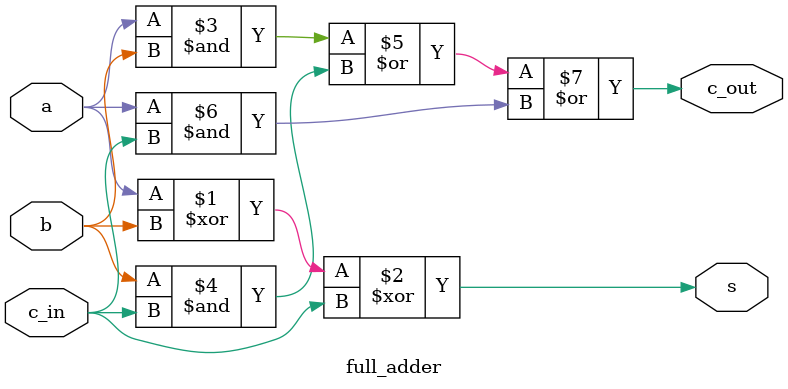
<source format=v>
module full_adder(input wire a, b, c_in, output wire s, c_out);
	assign s = a ^ b ^ c_in;
    assign c_out = a&b | b&c_in | a&c_in;
endmodule
</source>
